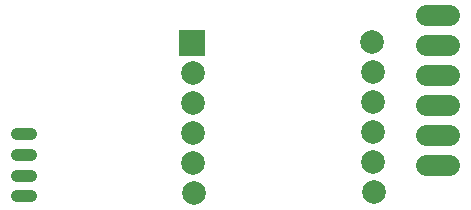
<source format=gbr>
%FSLAX34Y34*%
%MOMM*%
%LNSOLDERMASK_TOP*%
G71*
G01*
%ADD10C,1.800*%
%ADD11C,1.000*%
%ADD12C,2.000*%
%LPD*%
G54D10*
X644400Y180200D02*
X664400Y180200D01*
G54D10*
X644400Y154800D02*
X664400Y154800D01*
G54D10*
X644400Y53200D02*
X664400Y53200D01*
G54D10*
X644400Y129400D02*
X664400Y129400D01*
G54D10*
X644400Y104000D02*
X664400Y104000D01*
G54D10*
X644400Y78600D02*
X664400Y78600D01*
G54D11*
X298500Y79500D02*
X310500Y79500D01*
G54D11*
X298500Y62000D02*
X310500Y62000D01*
G54D11*
X298500Y44500D02*
X310500Y44500D01*
G54D11*
X298500Y27000D02*
X310500Y27000D01*
G36*
X457735Y167739D02*
X457927Y145739D01*
X435928Y145547D01*
X435736Y167547D01*
X457735Y167739D01*
G37*
X447053Y131244D02*
G54D12*
D03*
X447275Y105845D02*
G54D12*
D03*
X447497Y80446D02*
G54D12*
D03*
X447718Y55047D02*
G54D12*
D03*
X447940Y29648D02*
G54D12*
D03*
X600334Y30978D02*
G54D12*
D03*
X600112Y56377D02*
G54D12*
D03*
X599891Y81776D02*
G54D12*
D03*
X599669Y107175D02*
G54D12*
D03*
X599448Y132574D02*
G54D12*
D03*
X599226Y157973D02*
G54D12*
D03*
M02*

</source>
